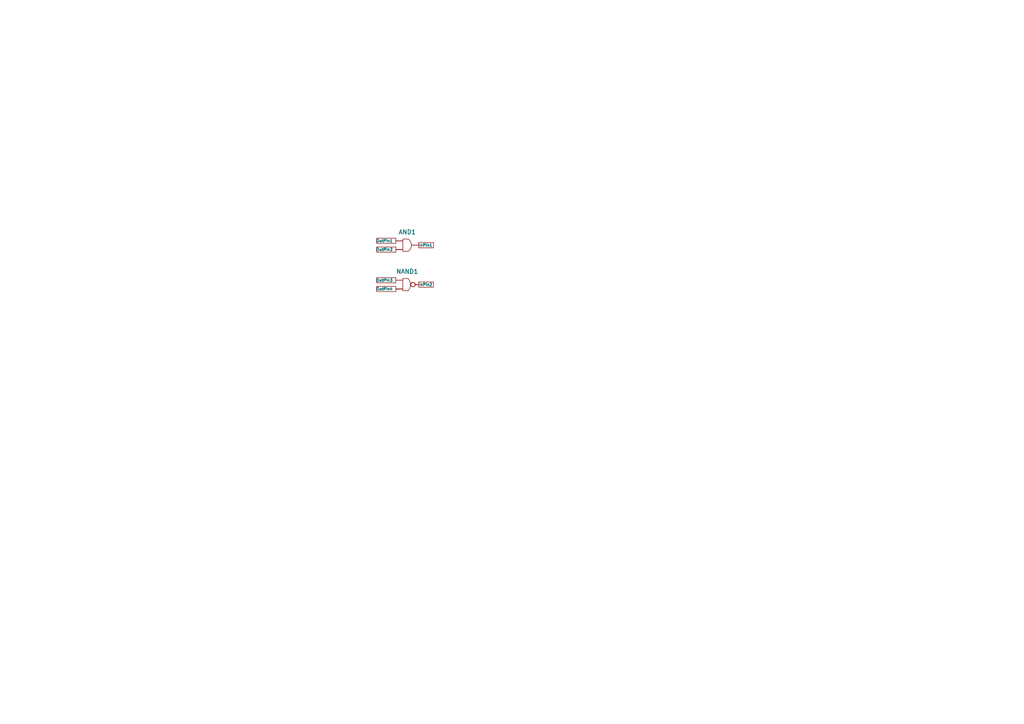
<source format=kicad_sch>
(kicad_sch (version 20230121) (generator eeschema)
  (paper "A4")
  (lib_symbols
    (symbol "Tests:InPin" (pin_numbers hide) (pin_names hide)
      (property "Reference" "InPin" (at 2.794 0 0))
      (symbol "InPin_0_1"
        (rectangle (start 0.762 0.762) (end 5.08 -0.762))
      )
      (symbol "InPin_1_1"
        (pin input line (at 0 0 0) (length 0.75) (name "In") (number "1"))
      )
    )
    (symbol "Tests:OutPin" (pin_numbers hide) (pin_names hide)
      (property "Reference" "OutPin" (at -4.064 0 0))
      (symbol "OutPin_0_1"
        (rectangle (start -6.35 0.762) (end -0.762 -0.762))
      )
      (symbol "OutPin_1_1"
        (pin output line (at 0 0 180) (length 0.75) (name "Out") (number "1"))
      )
    )
    (symbol "chip:AND" (pin_numbers hide) (pin_names hide)
      (property "Reference" "AND" (at -1.016 2.54 0))
      (symbol "AND_0_1"
        (polyline (pts (xy 0.254 1.778) (xy -1.27 1.778) (xy -1.27 -1.778) (xy 0.254 -1.778)))
        (arc (start 0.254 -1.778) (mid 1.2096 0) (end 0.254 1.778))
      )
      (symbol "AND_1_1"
        (pin input line (at -2.54 1.27 0) (length 1.25) (name "IN0") (number "1"))
        (pin input line (at -2.54 -1.27 0) (length 1.25) (name "IN1") (number "2"))
        (pin output line (at 2.54 0 180) (length 1.25) (name "OUT") (number "3"))
      )
    )
    (symbol "chip:NAND" (pin_numbers hide) (pin_names hide)
      (property "Reference" "NAND" (at 0 2.54 0))
      (symbol "NAND_0_1"
        (polyline (pts (xy 0.254 1.778) (xy -1.27 1.778) (xy -1.27 -1.778) (xy 0.254 -1.778)))
        (arc (start 0.254 -1.778) (mid 0.9428 0) (end 0.254 1.778))
      )
      (symbol "NAND_1_1"
        (pin input line (at -2.54 1.27 0) (length 1.25) (name "IN0") (number "1"))
        (pin input line (at -2.54 -1.27 0) (length 1.25) (name "IN1") (number "2"))
        (pin output inverted (at 2.54 0 180) (length 1.5) (name "OUT") (number "3"))
      )
    )
  )
  (symbol (lib_id "Tests:OutPin") (at 115.57 83.82 0) (unit 1)
    (property "Reference" "OutPin4" (at 111.506 83.82 0) (effects (font (size 0.8 0.8))))
    (property "Value" "OutPin" (effects hide))
  )
  (symbol (lib_id "Tests:OutPin") (at 115.57 69.85 0) (unit 1)
    (property "Reference" "OutPin1" (at 111.506 69.85 0) (effects (font (size 0.8 0.8))))
    (property "Value" "OutPin" (effects hide))
  )
  (symbol (lib_id "Tests:InPin") (at 120.65 82.55 0) (unit 1)
    (property "Reference" "InPin2" (at 123.444 82.55 0) (effects (font (size 0.8 0.8))))
    (property "Value" "InPin" (effects hide))
  )
  (symbol (lib_id "chip:AND") (at 118.11 71.12 0) (unit 1)
    (property "Reference" "AND1" (at 118.11 67.31 0))
    (property "Value" "AND" (effects hide))
  )
  (symbol (lib_id "chip:NAND") (at 118.11 82.55 0) (unit 1)
    (property "Reference" "NAND1" (at 118.11 78.74 0))
    (property "Value" "NAND" (effects hide))
  )
  (symbol (lib_id "Tests:OutPin") (at 115.57 81.28 0) (unit 1)
    (property "Reference" "OutPin3" (at 111.506 81.28 0) (effects (font (size 0.8 0.8))))
    (property "Value" "OutPin" (effects hide))
  )
  (symbol (lib_id "Tests:InPin") (at 120.65 71.12 0) (unit 1)
    (property "Reference" "InPin1" (at 123.444 71.12 0) (effects (font (size 0.8 0.8))))
    (property "Value" "InPin" (effects hide))
  )
  (symbol (lib_id "Tests:OutPin") (at 115.57 72.39 0) (unit 1)
    (property "Reference" "OutPin2" (at 111.506 72.39 0) (effects (font (size 0.8 0.8))))
    (property "Value" "OutPin" (effects hide))
  )
)
</source>
